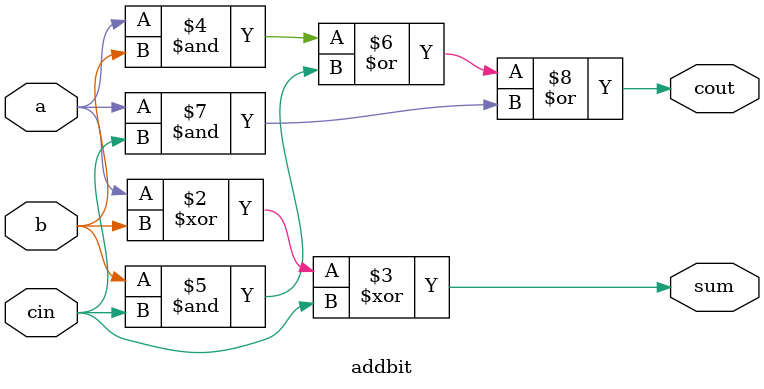
<source format=v>
module adder(a, b, cin, sum, cout);

	input [15:0] a, b;
	input cin;
	output cout;
	output [15:0] sum;
	wire r0, r1, r2, r3, r4, r5, r6, r7, r8, r9, r10, r11, r12, r13, r14, r15;

	addbit s0( .a( a[0] ), .b( b[0]), .cin( cin ), .sum( sum[0]), .cout( r0));
	addbit s1( .a( a[1] ), .b( b[1]), .cin( r0 ), .sum( sum[1]), .cout( r1));
	addbit s2( .a( a[2] ), .b( b[2]), .cin( r1 ), .sum( sum[2]), .cout( r2));
	addbit s3( .a( a[3] ), .b( b[3]), .cin( r2 ), .sum( sum[3]), .cout( r3));
	addbit s4( .a( a[4] ), .b( b[4]), .cin( r3 ), .sum( sum[4]), .cout( r4));
	addbit s5( .a( a[5] ), .b( b[5]), .cin( r4 ), .sum( sum[5]), .cout( r5));
	addbit s6( .a( a[6] ), .b( b[6]), .cin( r5 ), .sum( sum[6]), .cout( r6));
	addbit s7( .a( a[7] ), .b( b[7]), .cin( r6 ), .sum( sum[7]), .cout( r7));
	addbit s8( .a( a[8] ), .b( b[8]), .cin( r7 ), .sum( sum[8]), .cout( r8));
	addbit s9( .a( a[9] ), .b( b[9]), .cin( r8 ), .sum( sum[9]), .cout( r9));
	addbit s10( .a( a[10] ), .b( b[10]), .cin( r9 ), .sum( sum[10]), .cout( r10));
	addbit s11( .a( a[11] ), .b( b[11]), .cin( r10 ), .sum( sum[11]), .cout( r11));
	addbit s12( .a( a[12] ), .b( b[12]), .cin( r11 ), .sum( sum[12]), .cout( r12));
	addbit s13( .a( a[13] ), .b( b[13]), .cin( r12 ), .sum( sum[13]), .cout( r13));
	addbit s14( .a( a[14] ), .b( b[14]), .cin( r13 ), .sum( sum[14]), .cout( r14));
	addbit s15( .a( a[15] ), .b( b[15]), .cin( r14 ), .sum( sum[15]), .cout( r15));
	
	assign cout = (a[15] == 0 && b[15] == 0 && sum[15] == 1) ? 1 : // a and b are positive, negative result
					  (a[15] == 1 && b[15] == 1 && sum[15] == 0) ? 1 : // a and b are negative, positive result
						0;

endmodule

module addbit (a, b, cin, sum, cout);

	input a;
	input b;
	input cin;
	output reg sum;
	output reg cout;

	always @(*) begin
		sum = a ^ b ^ cin;
		cout = ((a&b) | (b&cin) | (a & cin));
	end

endmodule
</source>
